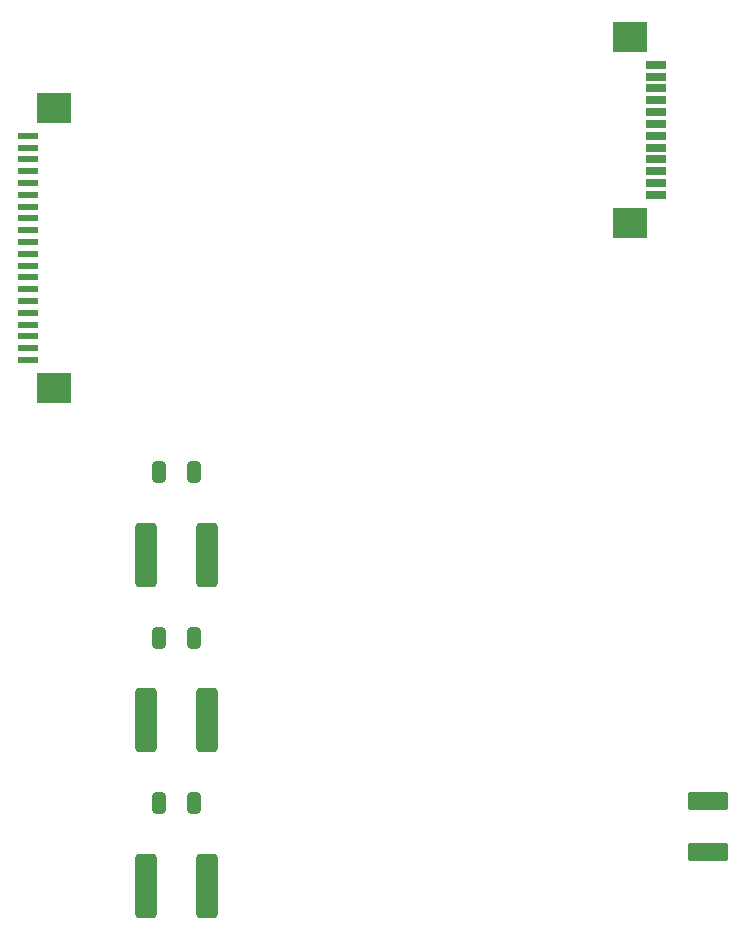
<source format=gbr>
%TF.GenerationSoftware,KiCad,Pcbnew,9.0.6*%
%TF.CreationDate,2025-12-07T12:12:16+03:00*%
%TF.ProjectId,PMPS-20W,504d5053-2d32-4305-972e-6b696361645f,rev?*%
%TF.SameCoordinates,Original*%
%TF.FileFunction,Paste,Top*%
%TF.FilePolarity,Positive*%
%FSLAX46Y46*%
G04 Gerber Fmt 4.6, Leading zero omitted, Abs format (unit mm)*
G04 Created by KiCad (PCBNEW 9.0.6) date 2025-12-07 12:12:16*
%MOMM*%
%LPD*%
G01*
G04 APERTURE LIST*
G04 Aperture macros list*
%AMRoundRect*
0 Rectangle with rounded corners*
0 $1 Rounding radius*
0 $2 $3 $4 $5 $6 $7 $8 $9 X,Y pos of 4 corners*
0 Add a 4 corners polygon primitive as box body*
4,1,4,$2,$3,$4,$5,$6,$7,$8,$9,$2,$3,0*
0 Add four circle primitives for the rounded corners*
1,1,$1+$1,$2,$3*
1,1,$1+$1,$4,$5*
1,1,$1+$1,$6,$7*
1,1,$1+$1,$8,$9*
0 Add four rect primitives between the rounded corners*
20,1,$1+$1,$2,$3,$4,$5,0*
20,1,$1+$1,$4,$5,$6,$7,0*
20,1,$1+$1,$6,$7,$8,$9,0*
20,1,$1+$1,$8,$9,$2,$3,0*%
G04 Aperture macros list end*
%ADD10R,1.800000X0.600000*%
%ADD11R,3.000000X2.600000*%
%ADD12RoundRect,0.250000X-0.325000X-0.650000X0.325000X-0.650000X0.325000X0.650000X-0.325000X0.650000X0*%
%ADD13RoundRect,0.250000X-0.650000X-2.450000X0.650000X-2.450000X0.650000X2.450000X-0.650000X2.450000X0*%
%ADD14RoundRect,0.250000X1.450000X-0.537500X1.450000X0.537500X-1.450000X0.537500X-1.450000X-0.537500X0*%
%ADD15R,1.803400X0.635000*%
%ADD16R,2.997200X2.590800*%
G04 APERTURE END LIST*
D10*
%TO.C,JM1*%
X-36546000Y10500000D03*
X-36546000Y11500000D03*
X-36546000Y12500000D03*
X-36546000Y13500000D03*
X-36546000Y14500000D03*
X-36546000Y15500000D03*
X-36546000Y16500000D03*
X-36546000Y17500000D03*
X-36546000Y18500000D03*
X-36546000Y19500000D03*
X-36546000Y20500000D03*
X-36546000Y21500000D03*
X-36546000Y22500000D03*
X-36546000Y23500000D03*
X-36546000Y24500000D03*
X-36546000Y25500000D03*
X-36546000Y26500000D03*
X-36546000Y27500000D03*
X-36546000Y28500000D03*
X-36546000Y29500000D03*
D11*
X-34375000Y8150000D03*
X-34375000Y31850000D03*
%TD*%
D12*
%TO.C,C7*%
X-25475000Y-27000000D03*
X-22525000Y-27000000D03*
%TD*%
D13*
%TO.C,C5*%
X-26550000Y-34000000D03*
X-21450000Y-34000000D03*
%TD*%
%TO.C,C3*%
X-26550000Y-20000000D03*
X-21450000Y-20000000D03*
%TD*%
D12*
%TO.C,C4*%
X-25475000Y1000000D03*
X-22525000Y1000000D03*
%TD*%
D14*
%TO.C,C1*%
X21000000Y-31137500D03*
X21000000Y-26862500D03*
%TD*%
D15*
%TO.C,J11*%
X16556000Y35499992D03*
X16556000Y34499994D03*
X16556000Y33499996D03*
X16556000Y32499998D03*
X16556000Y31500000D03*
X16556000Y30500000D03*
X16556000Y29500000D03*
X16556000Y28500000D03*
X16556000Y27500002D03*
X16556000Y26500004D03*
X16556000Y25500006D03*
X16556000Y24500008D03*
D16*
X14385999Y37850003D03*
X14385999Y22149997D03*
%TD*%
D12*
%TO.C,C6*%
X-25475000Y-13000000D03*
X-22525000Y-13000000D03*
%TD*%
D13*
%TO.C,C2*%
X-26550000Y-6000000D03*
X-21450000Y-6000000D03*
%TD*%
M02*

</source>
